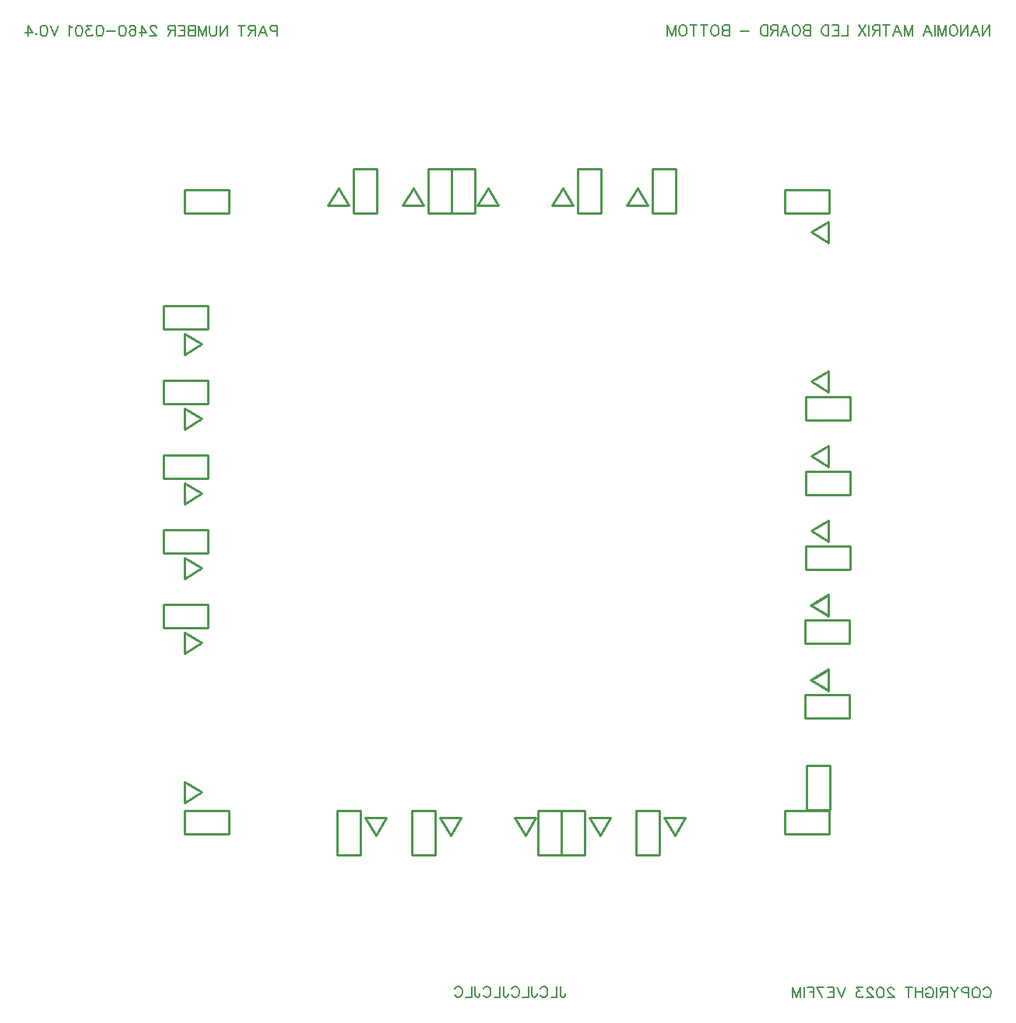
<source format=gbo>
G04 Layer: BottomSilkscreenLayer*
G04 EasyEDA v6.5.29, 2023-07-19 21:38:56*
G04 0acaec5f7f514605885a2f2b0e5249c4,5a6b42c53f6a479593ecc07194224c93,10*
G04 Gerber Generator version 0.2*
G04 Scale: 100 percent, Rotated: No, Reflected: No *
G04 Dimensions in millimeters *
G04 leading zeros omitted , absolute positions ,4 integer and 5 decimal *
%FSLAX45Y45*%
%MOMM*%

%ADD10C,0.2032*%
%ADD11C,0.2030*%
%ADD12C,0.2540*%

%LPD*%
D10*
X-2239009Y-10216642D02*
G01*
X-2239009Y-10304017D01*
X-2233422Y-10320274D01*
X-2228088Y-10325861D01*
X-2217165Y-10331195D01*
X-2206243Y-10331195D01*
X-2195322Y-10325861D01*
X-2189734Y-10320274D01*
X-2184400Y-10304017D01*
X-2184400Y-10293095D01*
X-2274824Y-10216642D02*
G01*
X-2274824Y-10331195D01*
X-2274824Y-10331195D02*
G01*
X-2340356Y-10331195D01*
X-2458211Y-10244074D02*
G01*
X-2452877Y-10233151D01*
X-2441956Y-10222229D01*
X-2431034Y-10216642D01*
X-2409190Y-10216642D01*
X-2398268Y-10222229D01*
X-2387345Y-10233151D01*
X-2381758Y-10244074D01*
X-2376424Y-10260329D01*
X-2376424Y-10287508D01*
X-2381758Y-10304017D01*
X-2387345Y-10314939D01*
X-2398268Y-10325861D01*
X-2409190Y-10331195D01*
X-2431034Y-10331195D01*
X-2441956Y-10325861D01*
X-2452877Y-10314939D01*
X-2458211Y-10304017D01*
X-2548636Y-10216642D02*
G01*
X-2548636Y-10304017D01*
X-2543302Y-10320274D01*
X-2537968Y-10325861D01*
X-2527045Y-10331195D01*
X-2516124Y-10331195D01*
X-2505202Y-10325861D01*
X-2499613Y-10320274D01*
X-2494279Y-10304017D01*
X-2494279Y-10293095D01*
X-2584704Y-10216642D02*
G01*
X-2584704Y-10331195D01*
X-2584704Y-10331195D02*
G01*
X-2650236Y-10331195D01*
X-2768092Y-10244074D02*
G01*
X-2762504Y-10233151D01*
X-2751581Y-10222229D01*
X-2740659Y-10216642D01*
X-2719070Y-10216642D01*
X-2708147Y-10222229D01*
X-2697226Y-10233151D01*
X-2691638Y-10244074D01*
X-2686304Y-10260329D01*
X-2686304Y-10287508D01*
X-2691638Y-10304017D01*
X-2697226Y-10314939D01*
X-2708147Y-10325861D01*
X-2719070Y-10331195D01*
X-2740659Y-10331195D01*
X-2751581Y-10325861D01*
X-2762504Y-10314939D01*
X-2768092Y-10304017D01*
X-2858515Y-10216642D02*
G01*
X-2858515Y-10304017D01*
X-2853181Y-10320274D01*
X-2847593Y-10325861D01*
X-2836672Y-10331195D01*
X-2825750Y-10331195D01*
X-2814827Y-10325861D01*
X-2809493Y-10320274D01*
X-2804159Y-10304017D01*
X-2804159Y-10293095D01*
X-2894584Y-10216642D02*
G01*
X-2894584Y-10331195D01*
X-2894584Y-10331195D02*
G01*
X-2960115Y-10331195D01*
X-3077972Y-10244074D02*
G01*
X-3072384Y-10233151D01*
X-3061461Y-10222229D01*
X-3050540Y-10216642D01*
X-3028695Y-10216642D01*
X-3017774Y-10222229D01*
X-3006852Y-10233151D01*
X-3001518Y-10244074D01*
X-2995929Y-10260329D01*
X-2995929Y-10287508D01*
X-3001518Y-10304017D01*
X-3006852Y-10314939D01*
X-3017774Y-10325861D01*
X-3028695Y-10331195D01*
X-3050540Y-10331195D01*
X-3061461Y-10325861D01*
X-3072384Y-10314939D01*
X-3077972Y-10304017D01*
X-3168395Y-10216642D02*
G01*
X-3168395Y-10304017D01*
X-3163061Y-10320274D01*
X-3157474Y-10325861D01*
X-3146552Y-10331195D01*
X-3135629Y-10331195D01*
X-3124708Y-10325861D01*
X-3119374Y-10320274D01*
X-3113786Y-10304017D01*
X-3113786Y-10293095D01*
X-3204463Y-10216642D02*
G01*
X-3204463Y-10331195D01*
X-3204463Y-10331195D02*
G01*
X-3269742Y-10331195D01*
X-3387597Y-10244074D02*
G01*
X-3382263Y-10233151D01*
X-3371342Y-10222229D01*
X-3360420Y-10216642D01*
X-3338576Y-10216642D01*
X-3327654Y-10222229D01*
X-3316731Y-10233151D01*
X-3311397Y-10244074D01*
X-3305809Y-10260329D01*
X-3305809Y-10287508D01*
X-3311397Y-10304017D01*
X-3316731Y-10314939D01*
X-3327654Y-10325861D01*
X-3338576Y-10331195D01*
X-3360420Y-10331195D01*
X-3371342Y-10325861D01*
X-3382263Y-10314939D01*
X-3387597Y-10304017D01*
D11*
X2362753Y-10250225D02*
G01*
X2368087Y-10239303D01*
X2379009Y-10228381D01*
X2389931Y-10222793D01*
X2411775Y-10222793D01*
X2422697Y-10228381D01*
X2433619Y-10239303D01*
X2439207Y-10250225D01*
X2444541Y-10266481D01*
X2444541Y-10293659D01*
X2439207Y-10310169D01*
X2433619Y-10321091D01*
X2422697Y-10332013D01*
X2411775Y-10337347D01*
X2389931Y-10337347D01*
X2379009Y-10332013D01*
X2368087Y-10321091D01*
X2362753Y-10310169D01*
X2293919Y-10222793D02*
G01*
X2304841Y-10228381D01*
X2315763Y-10239303D01*
X2321351Y-10250225D01*
X2326685Y-10266481D01*
X2326685Y-10293659D01*
X2321351Y-10310169D01*
X2315763Y-10321091D01*
X2304841Y-10332013D01*
X2293919Y-10337347D01*
X2272075Y-10337347D01*
X2261153Y-10332013D01*
X2250485Y-10321091D01*
X2244897Y-10310169D01*
X2239563Y-10293659D01*
X2239563Y-10266481D01*
X2244897Y-10250225D01*
X2250485Y-10239303D01*
X2261153Y-10228381D01*
X2272075Y-10222793D01*
X2293919Y-10222793D01*
X2203495Y-10222793D02*
G01*
X2203495Y-10337347D01*
X2203495Y-10222793D02*
G01*
X2154473Y-10222793D01*
X2137963Y-10228381D01*
X2132629Y-10233715D01*
X2127041Y-10244637D01*
X2127041Y-10261147D01*
X2132629Y-10272069D01*
X2137963Y-10277403D01*
X2154473Y-10282737D01*
X2203495Y-10282737D01*
X2090973Y-10222793D02*
G01*
X2047539Y-10277403D01*
X2047539Y-10337347D01*
X2003851Y-10222793D02*
G01*
X2047539Y-10277403D01*
X1967783Y-10222793D02*
G01*
X1967783Y-10337347D01*
X1967783Y-10222793D02*
G01*
X1918761Y-10222793D01*
X1902251Y-10228381D01*
X1896917Y-10233715D01*
X1891329Y-10244637D01*
X1891329Y-10255559D01*
X1896917Y-10266481D01*
X1902251Y-10272069D01*
X1918761Y-10277403D01*
X1967783Y-10277403D01*
X1929683Y-10277403D02*
G01*
X1891329Y-10337347D01*
X1855515Y-10222793D02*
G01*
X1855515Y-10337347D01*
X1737659Y-10250225D02*
G01*
X1742993Y-10239303D01*
X1753915Y-10228381D01*
X1764837Y-10222793D01*
X1786681Y-10222793D01*
X1797603Y-10228381D01*
X1808525Y-10239303D01*
X1814113Y-10250225D01*
X1819447Y-10266481D01*
X1819447Y-10293659D01*
X1814113Y-10310169D01*
X1808525Y-10321091D01*
X1797603Y-10332013D01*
X1786681Y-10337347D01*
X1764837Y-10337347D01*
X1753915Y-10332013D01*
X1742993Y-10321091D01*
X1737659Y-10310169D01*
X1737659Y-10293659D01*
X1764837Y-10293659D02*
G01*
X1737659Y-10293659D01*
X1701591Y-10222793D02*
G01*
X1701591Y-10337347D01*
X1625391Y-10222793D02*
G01*
X1625391Y-10337347D01*
X1701591Y-10277403D02*
G01*
X1625391Y-10277403D01*
X1550969Y-10222793D02*
G01*
X1550969Y-10337347D01*
X1589323Y-10222793D02*
G01*
X1512869Y-10222793D01*
X1387393Y-10250225D02*
G01*
X1387393Y-10244637D01*
X1382059Y-10233715D01*
X1376471Y-10228381D01*
X1365549Y-10222793D01*
X1343705Y-10222793D01*
X1332783Y-10228381D01*
X1327449Y-10233715D01*
X1322115Y-10244637D01*
X1322115Y-10255559D01*
X1327449Y-10266481D01*
X1338371Y-10282737D01*
X1392981Y-10337347D01*
X1316527Y-10337347D01*
X1247693Y-10222793D02*
G01*
X1264203Y-10228381D01*
X1275125Y-10244637D01*
X1280459Y-10272069D01*
X1280459Y-10288325D01*
X1275125Y-10315503D01*
X1264203Y-10332013D01*
X1247693Y-10337347D01*
X1237025Y-10337347D01*
X1220515Y-10332013D01*
X1209593Y-10315503D01*
X1204259Y-10288325D01*
X1204259Y-10272069D01*
X1209593Y-10244637D01*
X1220515Y-10228381D01*
X1237025Y-10222793D01*
X1247693Y-10222793D01*
X1162603Y-10250225D02*
G01*
X1162603Y-10244637D01*
X1157269Y-10233715D01*
X1151935Y-10228381D01*
X1141013Y-10222793D01*
X1119169Y-10222793D01*
X1108247Y-10228381D01*
X1102659Y-10233715D01*
X1097325Y-10244637D01*
X1097325Y-10255559D01*
X1102659Y-10266481D01*
X1113581Y-10282737D01*
X1168191Y-10337347D01*
X1091737Y-10337347D01*
X1045001Y-10222793D02*
G01*
X984803Y-10222793D01*
X1017569Y-10266481D01*
X1001313Y-10266481D01*
X990391Y-10272069D01*
X984803Y-10277403D01*
X979469Y-10293659D01*
X979469Y-10304581D01*
X984803Y-10321091D01*
X995725Y-10332013D01*
X1012235Y-10337347D01*
X1028491Y-10337347D01*
X1045001Y-10332013D01*
X1050335Y-10326425D01*
X1055923Y-10315503D01*
X859327Y-10222793D02*
G01*
X815893Y-10337347D01*
X772205Y-10222793D02*
G01*
X815893Y-10337347D01*
X736137Y-10222793D02*
G01*
X736137Y-10337347D01*
X736137Y-10222793D02*
G01*
X665271Y-10222793D01*
X736137Y-10277403D02*
G01*
X692449Y-10277403D01*
X736137Y-10337347D02*
G01*
X665271Y-10337347D01*
X553003Y-10222793D02*
G01*
X607359Y-10337347D01*
X629203Y-10222793D02*
G01*
X553003Y-10222793D01*
X516935Y-10222793D02*
G01*
X516935Y-10337347D01*
X516935Y-10222793D02*
G01*
X446069Y-10222793D01*
X516935Y-10277403D02*
G01*
X473247Y-10277403D01*
X410001Y-10222793D02*
G01*
X410001Y-10337347D01*
X373933Y-10222793D02*
G01*
X373933Y-10337347D01*
X373933Y-10222793D02*
G01*
X330245Y-10337347D01*
X286811Y-10222793D02*
G01*
X330245Y-10337347D01*
X286811Y-10222793D02*
G01*
X286811Y-10337347D01*
D10*
X2429225Y246153D02*
G01*
X2429225Y131610D01*
X2429225Y246153D02*
G01*
X2352862Y131610D01*
X2352862Y246153D02*
G01*
X2352862Y131610D01*
X2273225Y246153D02*
G01*
X2316861Y131610D01*
X2273225Y246153D02*
G01*
X2229589Y131610D01*
X2300498Y169791D02*
G01*
X2245954Y169791D01*
X2193589Y246153D02*
G01*
X2193589Y131610D01*
X2193589Y246153D02*
G01*
X2117226Y131610D01*
X2117226Y246153D02*
G01*
X2117226Y131610D01*
X2048499Y246153D02*
G01*
X2059409Y240700D01*
X2070315Y229791D01*
X2075771Y218881D01*
X2081226Y202519D01*
X2081226Y175247D01*
X2075771Y158882D01*
X2070315Y147972D01*
X2059409Y137064D01*
X2048499Y131610D01*
X2026681Y131610D01*
X2015771Y137064D01*
X2004862Y147972D01*
X1999409Y158882D01*
X1993953Y175247D01*
X1993953Y202519D01*
X1999409Y218881D01*
X2004862Y229791D01*
X2015771Y240700D01*
X2026681Y246153D01*
X2048499Y246153D01*
X1957953Y246153D02*
G01*
X1957953Y131610D01*
X1957953Y246153D02*
G01*
X1914316Y131610D01*
X1870682Y246153D02*
G01*
X1914316Y131610D01*
X1870682Y246153D02*
G01*
X1870682Y131610D01*
X1834680Y246153D02*
G01*
X1834680Y131610D01*
X1755046Y246153D02*
G01*
X1798680Y131610D01*
X1755046Y246153D02*
G01*
X1711408Y131610D01*
X1782318Y169791D02*
G01*
X1727771Y169791D01*
X1591409Y246153D02*
G01*
X1591409Y131610D01*
X1591409Y246153D02*
G01*
X1547771Y131610D01*
X1504137Y246153D02*
G01*
X1547771Y131610D01*
X1504137Y246153D02*
G01*
X1504137Y131610D01*
X1424500Y246153D02*
G01*
X1468137Y131610D01*
X1424500Y246153D02*
G01*
X1380863Y131610D01*
X1451772Y169791D02*
G01*
X1397227Y169791D01*
X1306682Y246153D02*
G01*
X1306682Y131610D01*
X1344863Y246153D02*
G01*
X1268501Y246153D01*
X1232499Y246153D02*
G01*
X1232499Y131610D01*
X1232499Y246153D02*
G01*
X1183408Y246153D01*
X1167046Y240700D01*
X1161592Y235247D01*
X1156136Y224337D01*
X1156136Y213428D01*
X1161592Y202519D01*
X1167046Y197064D01*
X1183408Y191609D01*
X1232499Y191609D01*
X1194318Y191609D02*
G01*
X1156136Y131610D01*
X1120137Y246153D02*
G01*
X1120137Y131610D01*
X1084138Y246153D02*
G01*
X1007772Y131610D01*
X1007772Y246153D02*
G01*
X1084138Y131610D01*
X887773Y246153D02*
G01*
X887773Y131610D01*
X887773Y131610D02*
G01*
X822319Y131610D01*
X786320Y246153D02*
G01*
X786320Y131610D01*
X786320Y246153D02*
G01*
X715411Y246153D01*
X786320Y191609D02*
G01*
X742683Y191609D01*
X786320Y131610D02*
G01*
X715411Y131610D01*
X679411Y246153D02*
G01*
X679411Y131610D01*
X679411Y246153D02*
G01*
X641228Y246153D01*
X624865Y240700D01*
X613956Y229791D01*
X608502Y218881D01*
X603046Y202519D01*
X603046Y175247D01*
X608502Y158882D01*
X613956Y147972D01*
X624865Y137064D01*
X641228Y131610D01*
X679411Y131610D01*
X483047Y246153D02*
G01*
X483047Y131610D01*
X483047Y246153D02*
G01*
X433956Y246153D01*
X417593Y240700D01*
X412137Y235247D01*
X406684Y224337D01*
X406684Y213428D01*
X412137Y202519D01*
X417593Y197064D01*
X433956Y191609D01*
X483047Y191609D02*
G01*
X433956Y191609D01*
X417593Y186154D01*
X412137Y180700D01*
X406684Y169791D01*
X406684Y153428D01*
X412137Y142519D01*
X417593Y137064D01*
X433956Y131610D01*
X483047Y131610D01*
X337957Y246153D02*
G01*
X348866Y240700D01*
X359775Y229791D01*
X365229Y218881D01*
X370685Y202519D01*
X370685Y175247D01*
X365229Y158882D01*
X359775Y147972D01*
X348866Y137064D01*
X337957Y131610D01*
X316138Y131610D01*
X305229Y137064D01*
X294319Y147972D01*
X288866Y158882D01*
X283410Y175247D01*
X283410Y202519D01*
X288866Y218881D01*
X294319Y229791D01*
X305229Y240700D01*
X316138Y246153D01*
X337957Y246153D01*
X203776Y246153D02*
G01*
X247411Y131610D01*
X203776Y246153D02*
G01*
X160139Y131610D01*
X231048Y169791D02*
G01*
X176502Y169791D01*
X124139Y246153D02*
G01*
X124139Y131610D01*
X124139Y246153D02*
G01*
X75049Y246153D01*
X58684Y240700D01*
X53230Y235247D01*
X47774Y224337D01*
X47774Y213428D01*
X53230Y202519D01*
X58684Y197064D01*
X75049Y191609D01*
X124139Y191609D01*
X85958Y191609D02*
G01*
X47774Y131610D01*
X11775Y246153D02*
G01*
X11775Y131610D01*
X11775Y246153D02*
G01*
X-26405Y246153D01*
X-42768Y240700D01*
X-53677Y229791D01*
X-59133Y218881D01*
X-64587Y202519D01*
X-64587Y175247D01*
X-59133Y158882D01*
X-53677Y147972D01*
X-42768Y137064D01*
X-26405Y131610D01*
X11775Y131610D01*
X-184586Y180700D02*
G01*
X-282768Y180700D01*
X-402767Y246153D02*
G01*
X-402767Y131610D01*
X-402767Y246153D02*
G01*
X-451858Y246153D01*
X-468223Y240700D01*
X-473676Y235247D01*
X-479132Y224337D01*
X-479132Y213428D01*
X-473676Y202519D01*
X-468223Y197064D01*
X-451858Y191609D01*
X-402767Y191609D02*
G01*
X-451858Y191609D01*
X-468223Y186154D01*
X-473676Y180700D01*
X-479132Y169791D01*
X-479132Y153428D01*
X-473676Y142519D01*
X-468223Y137064D01*
X-451858Y131610D01*
X-402767Y131610D01*
X-547860Y246153D02*
G01*
X-536950Y240700D01*
X-526041Y229791D01*
X-520585Y218881D01*
X-515132Y202519D01*
X-515132Y175247D01*
X-520585Y158882D01*
X-526041Y147972D01*
X-536950Y137064D01*
X-547860Y131610D01*
X-569678Y131610D01*
X-580585Y137064D01*
X-591494Y147972D01*
X-596950Y158882D01*
X-602404Y175247D01*
X-602404Y202519D01*
X-596950Y218881D01*
X-591494Y229791D01*
X-580585Y240700D01*
X-569678Y246153D01*
X-547860Y246153D01*
X-676587Y246153D02*
G01*
X-676587Y131610D01*
X-638403Y246153D02*
G01*
X-714768Y246153D01*
X-788949Y246153D02*
G01*
X-788949Y131610D01*
X-750768Y246153D02*
G01*
X-827130Y246153D01*
X-895858Y246153D02*
G01*
X-884948Y240700D01*
X-874039Y229791D01*
X-868586Y218881D01*
X-863132Y202519D01*
X-863132Y175247D01*
X-868586Y158882D01*
X-874039Y147972D01*
X-884948Y137064D01*
X-895858Y131610D01*
X-917676Y131610D01*
X-928585Y137064D01*
X-939495Y147972D01*
X-944948Y158882D01*
X-950404Y175247D01*
X-950404Y202519D01*
X-944948Y218881D01*
X-939495Y229791D01*
X-928585Y240700D01*
X-917676Y246153D01*
X-895858Y246153D01*
X-986403Y246153D02*
G01*
X-986403Y131610D01*
X-986403Y246153D02*
G01*
X-1030041Y131610D01*
X-1073675Y246153D02*
G01*
X-1030041Y131610D01*
X-1073675Y246153D02*
G01*
X-1073675Y131610D01*
X-5318869Y244805D02*
G01*
X-5318869Y130261D01*
X-5318869Y244805D02*
G01*
X-5367959Y244805D01*
X-5384322Y239351D01*
X-5389778Y233898D01*
X-5395231Y222989D01*
X-5395231Y206623D01*
X-5389778Y195714D01*
X-5384322Y190261D01*
X-5367959Y184805D01*
X-5318869Y184805D01*
X-5474868Y244805D02*
G01*
X-5431233Y130261D01*
X-5474868Y244805D02*
G01*
X-5518505Y130261D01*
X-5447596Y168442D02*
G01*
X-5502140Y168442D01*
X-5554505Y244805D02*
G01*
X-5554505Y130261D01*
X-5554505Y244805D02*
G01*
X-5603595Y244805D01*
X-5619958Y239351D01*
X-5625414Y233898D01*
X-5630867Y222989D01*
X-5630867Y212079D01*
X-5625414Y201170D01*
X-5619958Y195714D01*
X-5603595Y190261D01*
X-5554505Y190261D01*
X-5592686Y190261D02*
G01*
X-5630867Y130261D01*
X-5705050Y244805D02*
G01*
X-5705050Y130261D01*
X-5666869Y244805D02*
G01*
X-5743232Y244805D01*
X-5863231Y244805D02*
G01*
X-5863231Y130261D01*
X-5863231Y244805D02*
G01*
X-5939594Y130261D01*
X-5939594Y244805D02*
G01*
X-5939594Y130261D01*
X-5975596Y244805D02*
G01*
X-5975596Y162989D01*
X-5981049Y146624D01*
X-5991959Y135714D01*
X-6008321Y130261D01*
X-6019231Y130261D01*
X-6035596Y135714D01*
X-6046503Y146624D01*
X-6051958Y162989D01*
X-6051958Y244805D01*
X-6087958Y244805D02*
G01*
X-6087958Y130261D01*
X-6087958Y244805D02*
G01*
X-6131595Y130261D01*
X-6175230Y244805D02*
G01*
X-6131595Y130261D01*
X-6175230Y244805D02*
G01*
X-6175230Y130261D01*
X-6211232Y244805D02*
G01*
X-6211232Y130261D01*
X-6211232Y244805D02*
G01*
X-6260322Y244805D01*
X-6276685Y239351D01*
X-6282138Y233898D01*
X-6287594Y222989D01*
X-6287594Y212079D01*
X-6282138Y201170D01*
X-6276685Y195714D01*
X-6260322Y190261D01*
X-6211232Y190261D02*
G01*
X-6260322Y190261D01*
X-6276685Y184805D01*
X-6282138Y179351D01*
X-6287594Y168442D01*
X-6287594Y152079D01*
X-6282138Y141170D01*
X-6276685Y135714D01*
X-6260322Y130261D01*
X-6211232Y130261D01*
X-6323594Y244805D02*
G01*
X-6323594Y130261D01*
X-6323594Y244805D02*
G01*
X-6394503Y244805D01*
X-6323594Y190261D02*
G01*
X-6367231Y190261D01*
X-6323594Y130261D02*
G01*
X-6394503Y130261D01*
X-6430502Y244805D02*
G01*
X-6430502Y130261D01*
X-6430502Y244805D02*
G01*
X-6479593Y244805D01*
X-6495958Y239351D01*
X-6501411Y233898D01*
X-6506867Y222989D01*
X-6506867Y212079D01*
X-6501411Y201170D01*
X-6495958Y195714D01*
X-6479593Y190261D01*
X-6430502Y190261D01*
X-6468684Y190261D02*
G01*
X-6506867Y130261D01*
X-6632321Y217533D02*
G01*
X-6632321Y222989D01*
X-6637776Y233898D01*
X-6643230Y239351D01*
X-6654139Y244805D01*
X-6675958Y244805D01*
X-6686867Y239351D01*
X-6692320Y233898D01*
X-6697776Y222989D01*
X-6697776Y212079D01*
X-6692320Y201170D01*
X-6681411Y184805D01*
X-6626867Y130261D01*
X-6703230Y130261D01*
X-6793776Y244805D02*
G01*
X-6739229Y168442D01*
X-6821048Y168442D01*
X-6793776Y244805D02*
G01*
X-6793776Y130261D01*
X-6922503Y228442D02*
G01*
X-6917047Y239351D01*
X-6900684Y244805D01*
X-6889775Y244805D01*
X-6873412Y239351D01*
X-6862503Y222989D01*
X-6857047Y195714D01*
X-6857047Y168442D01*
X-6862503Y146624D01*
X-6873412Y135714D01*
X-6889775Y130261D01*
X-6895228Y130261D01*
X-6911594Y135714D01*
X-6922503Y146624D01*
X-6927956Y162989D01*
X-6927956Y168442D01*
X-6922503Y184805D01*
X-6911594Y195714D01*
X-6895228Y201170D01*
X-6889775Y201170D01*
X-6873412Y195714D01*
X-6862503Y184805D01*
X-6857047Y168442D01*
X-6996684Y244805D02*
G01*
X-6980321Y239351D01*
X-6969412Y222989D01*
X-6963956Y195714D01*
X-6963956Y179351D01*
X-6969412Y152079D01*
X-6980321Y135714D01*
X-6996684Y130261D01*
X-7007593Y130261D01*
X-7023955Y135714D01*
X-7034865Y152079D01*
X-7040321Y179351D01*
X-7040321Y195714D01*
X-7034865Y222989D01*
X-7023955Y239351D01*
X-7007593Y244805D01*
X-6996684Y244805D01*
X-7076320Y179351D02*
G01*
X-7174501Y179351D01*
X-7243229Y244805D02*
G01*
X-7226866Y239351D01*
X-7215957Y222989D01*
X-7210501Y195714D01*
X-7210501Y179351D01*
X-7215957Y152079D01*
X-7226866Y135714D01*
X-7243229Y130261D01*
X-7254138Y130261D01*
X-7270501Y135714D01*
X-7281410Y152079D01*
X-7286866Y179351D01*
X-7286866Y195714D01*
X-7281410Y222989D01*
X-7270501Y239351D01*
X-7254138Y244805D01*
X-7243229Y244805D01*
X-7333775Y244805D02*
G01*
X-7393774Y244805D01*
X-7361047Y201170D01*
X-7377409Y201170D01*
X-7388318Y195714D01*
X-7393774Y190261D01*
X-7399228Y173898D01*
X-7399228Y162989D01*
X-7393774Y146624D01*
X-7382865Y135714D01*
X-7366500Y130261D01*
X-7350137Y130261D01*
X-7333775Y135714D01*
X-7328319Y141170D01*
X-7322865Y152079D01*
X-7467955Y244805D02*
G01*
X-7451592Y239351D01*
X-7440683Y222989D01*
X-7435227Y195714D01*
X-7435227Y179351D01*
X-7440683Y152079D01*
X-7451592Y135714D01*
X-7467955Y130261D01*
X-7478864Y130261D01*
X-7495227Y135714D01*
X-7506136Y152079D01*
X-7511592Y179351D01*
X-7511592Y195714D01*
X-7506136Y222989D01*
X-7495227Y239351D01*
X-7478864Y244805D01*
X-7467955Y244805D01*
X-7547592Y222989D02*
G01*
X-7558501Y228442D01*
X-7574864Y244805D01*
X-7574864Y130261D01*
X-7694863Y244805D02*
G01*
X-7738501Y130261D01*
X-7782135Y244805D02*
G01*
X-7738501Y130261D01*
X-7850863Y244805D02*
G01*
X-7834500Y239351D01*
X-7823591Y222989D01*
X-7818137Y195714D01*
X-7818137Y179351D01*
X-7823591Y152079D01*
X-7834500Y135714D01*
X-7850863Y130261D01*
X-7861772Y130261D01*
X-7878137Y135714D01*
X-7889046Y152079D01*
X-7894500Y179351D01*
X-7894500Y195714D01*
X-7889046Y222989D01*
X-7878137Y239351D01*
X-7861772Y244805D01*
X-7850863Y244805D01*
X-7935955Y157533D02*
G01*
X-7930499Y152079D01*
X-7935955Y146624D01*
X-7941409Y152079D01*
X-7935955Y157533D01*
X-8031954Y244805D02*
G01*
X-7977408Y168442D01*
X-8059226Y168442D01*
X-8031954Y244805D02*
G01*
X-8031954Y130261D01*
D12*
X-878890Y-8377783D02*
G01*
X-1107490Y-8377783D01*
X-993190Y-8568283D01*
X-878890Y-8377783D01*
X-1691690Y-8377783D02*
G01*
X-1920290Y-8377783D01*
X-1805990Y-8568283D01*
X-1691690Y-8377783D01*
X-4130090Y-8377783D02*
G01*
X-4358690Y-8377783D01*
X-4244390Y-8568283D01*
X-4130090Y-8377783D01*
X673216Y-6991362D02*
G01*
X673216Y-6762762D01*
X482716Y-6877062D01*
X673216Y-6991362D01*
X673216Y-6178562D02*
G01*
X673216Y-5949962D01*
X482716Y-6064262D01*
X673216Y-6178562D01*
X676772Y-5367896D02*
G01*
X676772Y-5139296D01*
X486272Y-5253596D01*
X676772Y-5367896D01*
X676772Y-3742296D02*
G01*
X676772Y-3513696D01*
X486272Y-3627996D01*
X676772Y-3742296D01*
X-6327216Y-6587083D02*
G01*
X-6327216Y-6358483D01*
X-6136716Y-6472783D01*
X-6327216Y-6587083D01*
X-6327216Y-6587083D02*
G01*
X-6327216Y-6358483D01*
X-6136716Y-6472783D01*
X-6327216Y-6587083D01*
X-6327216Y-5774283D02*
G01*
X-6327216Y-5545683D01*
X-6136716Y-5659983D01*
X-6327216Y-5774283D01*
X-6327216Y-5774283D02*
G01*
X-6327216Y-5545683D01*
X-6136716Y-5659983D01*
X-6327216Y-5774283D01*
X-6327216Y-4961483D02*
G01*
X-6327216Y-4732883D01*
X-6136716Y-4847183D01*
X-6327216Y-4961483D01*
X-6327216Y-4961483D02*
G01*
X-6327216Y-4732883D01*
X-6136716Y-4847183D01*
X-6327216Y-4961483D01*
X-6327216Y-4148683D02*
G01*
X-6327216Y-3920083D01*
X-6136716Y-4034383D01*
X-6327216Y-4148683D01*
X-4536503Y-1716572D02*
G01*
X-4765103Y-1716572D01*
X-4650803Y-1526072D01*
X-4536503Y-1716572D01*
X-3723703Y-1716572D02*
G01*
X-3952303Y-1716572D01*
X-3838003Y-1526072D01*
X-3723703Y-1716572D01*
X-2910903Y-1716572D02*
G01*
X-3139503Y-1716572D01*
X-3025203Y-1526072D01*
X-2910903Y-1716572D01*
X-2098103Y-1716572D02*
G01*
X-2326703Y-1716572D01*
X-2212403Y-1526072D01*
X-2098103Y-1716572D01*
X676772Y-2116693D02*
G01*
X676772Y-1888093D01*
X486272Y-2002393D01*
X676772Y-2116693D01*
X-4130093Y-8377783D02*
G01*
X-4358693Y-8377783D01*
X-4244393Y-8568283D01*
X-4130093Y-8377783D01*
X-3317293Y-8377783D02*
G01*
X-3545893Y-8377783D01*
X-3431593Y-8568283D01*
X-3317293Y-8377783D01*
X-2504493Y-8377783D02*
G01*
X-2733093Y-8377783D01*
X-2618793Y-8568283D01*
X-2504493Y-8377783D01*
X-1691693Y-8377783D02*
G01*
X-1920293Y-8377783D01*
X-1805993Y-8568283D01*
X-1691693Y-8377783D01*
X-878893Y-8377783D02*
G01*
X-1107493Y-8377783D01*
X-993193Y-8568283D01*
X-878893Y-8377783D01*
X-6327206Y-8212696D02*
G01*
X-6327206Y-7984096D01*
X-6136706Y-8098396D01*
X-6327206Y-8212696D01*
X-6327216Y-6587083D02*
G01*
X-6327216Y-6358483D01*
X-6136716Y-6472783D01*
X-6327216Y-6587083D01*
X-6327216Y-5774283D02*
G01*
X-6327216Y-5545683D01*
X-6136716Y-5659983D01*
X-6327216Y-5774283D01*
X-6327216Y-4961483D02*
G01*
X-6327216Y-4732883D01*
X-6136716Y-4847183D01*
X-6327216Y-4961483D01*
X-6327216Y-4148683D02*
G01*
X-6327216Y-3920083D01*
X-6136716Y-4034383D01*
X-6327216Y-4148683D01*
X-6327216Y-3335883D02*
G01*
X-6327216Y-3107283D01*
X-6136716Y-3221583D01*
X-6327216Y-3335883D01*
X-4536503Y-1716572D02*
G01*
X-4765103Y-1716572D01*
X-4650803Y-1526072D01*
X-4536503Y-1716572D01*
X-3723703Y-1716572D02*
G01*
X-3952303Y-1716572D01*
X-3838003Y-1526072D01*
X-3723703Y-1716572D01*
X-1285303Y-1716572D02*
G01*
X-1513903Y-1716572D01*
X-1399603Y-1526072D01*
X-1285303Y-1716572D01*
X676772Y-3742293D02*
G01*
X676772Y-3513693D01*
X486272Y-3627993D01*
X676772Y-3742293D01*
X676772Y-4555093D02*
G01*
X676772Y-4326493D01*
X486272Y-4440793D01*
X676772Y-4555093D01*
X676772Y-5367893D02*
G01*
X676772Y-5139293D01*
X486272Y-5253593D01*
X676772Y-5367893D01*
X676772Y-6180693D02*
G01*
X676772Y-5952093D01*
X486272Y-6066393D01*
X676772Y-6180693D01*
X676772Y-6993493D02*
G01*
X676772Y-6764893D01*
X486272Y-6879193D01*
X676772Y-6993493D01*
X695858Y-7806085D02*
G01*
X441858Y-7806085D01*
X441858Y-8289081D02*
G01*
X695858Y-8289081D01*
X441858Y-7806085D02*
G01*
X441858Y-8289081D01*
X695858Y-8289081D02*
G01*
X695858Y-7806085D01*
X200367Y-8301583D02*
G01*
X200367Y-8555583D01*
X683364Y-8555583D02*
G01*
X683364Y-8301583D01*
X200367Y-8555583D02*
G01*
X683364Y-8555583D01*
X683364Y-8301583D02*
G01*
X200367Y-8301583D01*
X-5843996Y-1798769D02*
G01*
X-5843996Y-1544769D01*
X-6326992Y-1544769D02*
G01*
X-6326992Y-1798769D01*
X-5843996Y-1544769D02*
G01*
X-6326992Y-1544769D01*
X-6326992Y-1798769D02*
G01*
X-5843996Y-1798769D01*
X-4409516Y-8301385D02*
G01*
X-4663516Y-8301385D01*
X-4663516Y-8784381D02*
G01*
X-4409516Y-8784381D01*
X-4663516Y-8301385D02*
G01*
X-4663516Y-8784381D01*
X-4409516Y-8784381D02*
G01*
X-4409516Y-8301385D01*
X-3596716Y-8301385D02*
G01*
X-3850716Y-8301385D01*
X-3850716Y-8784381D02*
G01*
X-3596716Y-8784381D01*
X-3850716Y-8301385D02*
G01*
X-3850716Y-8784381D01*
X-3596716Y-8784381D02*
G01*
X-3596716Y-8301385D01*
X-2225116Y-8301385D02*
G01*
X-2479116Y-8301385D01*
X-2479116Y-8784381D02*
G01*
X-2225116Y-8784381D01*
X-2479116Y-8301385D02*
G01*
X-2479116Y-8784381D01*
X-2225116Y-8784381D02*
G01*
X-2225116Y-8301385D01*
X-1971116Y-8301385D02*
G01*
X-2225116Y-8301385D01*
X-2225116Y-8784381D02*
G01*
X-1971116Y-8784381D01*
X-2225116Y-8301385D02*
G01*
X-2225116Y-8784381D01*
X-1971116Y-8784381D02*
G01*
X-1971116Y-8301385D01*
X-1158316Y-8301385D02*
G01*
X-1412316Y-8301385D01*
X-1412316Y-8784381D02*
G01*
X-1158316Y-8784381D01*
X-1412316Y-8301385D02*
G01*
X-1412316Y-8784381D01*
X-1158316Y-8784381D02*
G01*
X-1158316Y-8301385D01*
X-6073018Y-6307683D02*
G01*
X-6073018Y-6053683D01*
X-6556014Y-6053683D02*
G01*
X-6556014Y-6307683D01*
X-6073018Y-6053683D02*
G01*
X-6556014Y-6053683D01*
X-6556014Y-6307683D02*
G01*
X-6073018Y-6307683D01*
X-6073018Y-5494883D02*
G01*
X-6073018Y-5240883D01*
X-6556014Y-5240883D02*
G01*
X-6556014Y-5494883D01*
X-6073018Y-5240883D02*
G01*
X-6556014Y-5240883D01*
X-6556014Y-5494883D02*
G01*
X-6073018Y-5494883D01*
X-6073018Y-4682083D02*
G01*
X-6073018Y-4428083D01*
X-6556014Y-4428083D02*
G01*
X-6556014Y-4682083D01*
X-6073018Y-4428083D02*
G01*
X-6556014Y-4428083D01*
X-6556014Y-4682083D02*
G01*
X-6073018Y-4682083D01*
X-6073018Y-3869283D02*
G01*
X-6073018Y-3615283D01*
X-6556014Y-3615283D02*
G01*
X-6556014Y-3869283D01*
X-6073018Y-3615283D02*
G01*
X-6556014Y-3615283D01*
X-6556014Y-3869283D02*
G01*
X-6073018Y-3869283D01*
X-6073018Y-3056483D02*
G01*
X-6073018Y-2802483D01*
X-6556014Y-2802483D02*
G01*
X-6556014Y-3056483D01*
X-6073018Y-2802483D02*
G01*
X-6556014Y-2802483D01*
X-6556014Y-3056483D02*
G01*
X-6073018Y-3056483D01*
X-4485716Y-1799381D02*
G01*
X-4231716Y-1799381D01*
X-4231716Y-1316385D02*
G01*
X-4485716Y-1316385D01*
X-4231716Y-1799381D02*
G01*
X-4231716Y-1316385D01*
X-4485716Y-1316385D02*
G01*
X-4485716Y-1799381D01*
X-3672916Y-1799381D02*
G01*
X-3418916Y-1799381D01*
X-3418916Y-1316385D02*
G01*
X-3672916Y-1316385D01*
X-3418916Y-1799381D02*
G01*
X-3418916Y-1316385D01*
X-3672916Y-1316385D02*
G01*
X-3672916Y-1799381D01*
X-3418916Y-1799381D02*
G01*
X-3164916Y-1799381D01*
X-3164916Y-1316385D02*
G01*
X-3418916Y-1316385D01*
X-3164916Y-1799381D02*
G01*
X-3164916Y-1316385D01*
X-3418916Y-1316385D02*
G01*
X-3418916Y-1799381D01*
X-2047316Y-1799381D02*
G01*
X-1793316Y-1799381D01*
X-1793316Y-1316385D02*
G01*
X-2047316Y-1316385D01*
X-1793316Y-1799381D02*
G01*
X-1793316Y-1316385D01*
X-2047316Y-1316385D02*
G01*
X-2047316Y-1799381D01*
X-1234516Y-1799381D02*
G01*
X-980516Y-1799381D01*
X-980516Y-1316385D02*
G01*
X-1234516Y-1316385D01*
X-980516Y-1799381D02*
G01*
X-980516Y-1316385D01*
X-1234516Y-1316385D02*
G01*
X-1234516Y-1799381D01*
X428985Y-3793083D02*
G01*
X428985Y-4047083D01*
X911981Y-4047083D02*
G01*
X911981Y-3793083D01*
X428985Y-4047083D02*
G01*
X911981Y-4047083D01*
X911981Y-3793083D02*
G01*
X428985Y-3793083D01*
X428985Y-4605883D02*
G01*
X428985Y-4859883D01*
X911981Y-4859883D02*
G01*
X911981Y-4605883D01*
X428985Y-4859883D02*
G01*
X911981Y-4859883D01*
X911981Y-4605883D02*
G01*
X428985Y-4605883D01*
X428985Y-5418683D02*
G01*
X428985Y-5672683D01*
X911981Y-5672683D02*
G01*
X911981Y-5418683D01*
X428985Y-5672683D02*
G01*
X911981Y-5672683D01*
X911981Y-5418683D02*
G01*
X428985Y-5418683D01*
X425439Y-6229355D02*
G01*
X425439Y-6483355D01*
X908436Y-6483355D02*
G01*
X908436Y-6229355D01*
X425439Y-6483355D02*
G01*
X908436Y-6483355D01*
X908436Y-6229355D02*
G01*
X425439Y-6229355D01*
X200385Y-1545183D02*
G01*
X200385Y-1799183D01*
X683381Y-1799183D02*
G01*
X683381Y-1545183D01*
X200385Y-1799183D02*
G01*
X683381Y-1799183D01*
X683381Y-1545183D02*
G01*
X200385Y-1545183D01*
X425439Y-7042155D02*
G01*
X425439Y-7296155D01*
X908436Y-7296155D02*
G01*
X908436Y-7042155D01*
X425439Y-7296155D02*
G01*
X908436Y-7296155D01*
X908436Y-7042155D02*
G01*
X425439Y-7042155D01*
X-5844014Y-8555169D02*
G01*
X-5844014Y-8301169D01*
X-6327010Y-8301169D02*
G01*
X-6327010Y-8555169D01*
X-5844014Y-8301169D02*
G01*
X-6327010Y-8301169D01*
X-6327010Y-8555169D02*
G01*
X-5844014Y-8555169D01*
M02*

</source>
